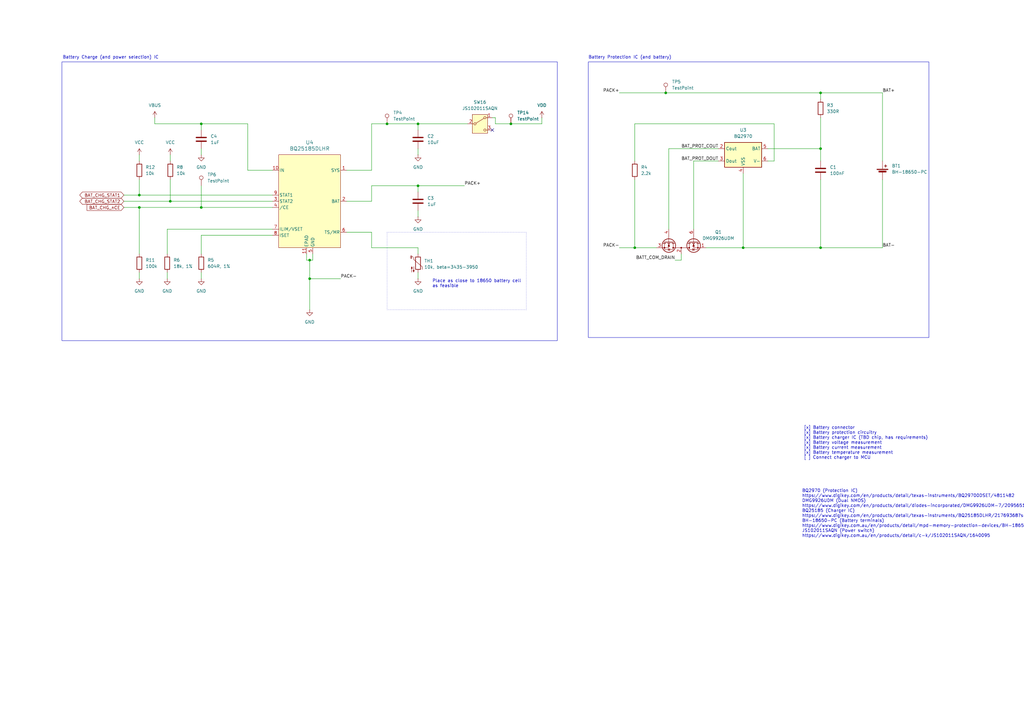
<source format=kicad_sch>
(kicad_sch (version 20250114) (generator "eeschema") (generator_version "9.0")
  (paper "A3")
  (lib_symbols
    (symbol "0.Project:BQ25185DLHR" (pin_names (offset 0.254))
      (property "Reference" "U" (at 0 0 0))
      (property "Value" "BQ25185DLHR" (at 0 0 0))
      (symbol "BQ25185DLHR_0_1"
        (pin input line (at -2.54 -6.35 0) (length 2.54) (name "IN") (number "10"))
        (pin output line (at -2.54 -16.51 0) (length 2.54) (name "STAT1") (number "9"))
        (pin output line (at -2.54 -19.05 0) (length 2.54) (name "STAT2") (number "3"))
        (pin input line (at -2.54 -21.59 0) (length 2.54) (name "/CE") (number "4"))
        (pin bidirectional line (at -2.54 -30.48 0) (length 2.54) (name "ILIM/VSET") (number "7"))
        (pin bidirectional line (at -2.54 -33.02 0) (length 2.54) (name "ISET") (number "8"))
        (pin unspecified line (at 11.43 -40.64 90) (length 2.54) (name "EPAD") (number "11"))
        (pin power_out line (at 13.97 -40.64 90) (length 2.54) (name "GND") (number "5"))
        (pin power_in line (at 27.94 -6.35 180) (length 2.54) (name "SYS") (number "1"))
        (pin power_in line (at 27.94 -19.05 180) (length 2.54) (name "BAT") (number "2"))
        (pin bidirectional line (at 27.94 -31.75 180) (length 2.54) (name "TS/MR") (number "6"))
      )
      (symbol "BQ25185DLHR_1_1"
        (rectangle (start 0 0) (end 25.4 -38.1) (fill (type background)))
      )
    )
    (symbol "0.Project:DMG9926UDM" (pin_names (hide yes))
      (property "Reference" "Q" (at 2.54 6.985 0))
      (property "Value" "DMG9926UDM" (at 2.54 5.08 0))
      (symbol "DMG9926UDM_0_1"
        (polyline (pts (xy -2.286 5.08) (xy -5.08 5.08)))
        (polyline (pts (xy -2.286 3.175) (xy -2.286 6.985)) (stroke (width 0.254)))
        (polyline (pts (xy -1.778 6.858) (xy 0.762 6.858) (xy 0.762 3.302) (xy -1.778 3.302)))
        (polyline (pts (xy -1.778 6.35) (xy -1.778 7.366)) (stroke (width 0.254)))
        (polyline (pts (xy -1.778 4.572) (xy -1.778 5.588)) (stroke (width 0.254)))
        (polyline (pts (xy -1.778 2.794) (xy -1.778 3.81)) (stroke (width 0.254)))
        (polyline (pts (xy -1.524 5.08) (xy -0.508 4.699) (xy -0.508 5.461) (xy -1.524 5.08)) (fill (type outline)))
        (circle (center -0.889 5.08) (radius 2.794) (stroke (width 0.254)))
        (polyline (pts (xy 0 7.62) (xy 0 5.08) (xy -1.778 5.08)))
        (circle (center 0 6.858) (radius 0.254) (fill (type outline)))
        (circle (center 0 3.302) (radius 0.254) (fill (type outline)))
        (polyline (pts (xy 0 -3.302) (xy 0 3.302)))
        (polyline (pts (xy 0.254 4.572) (xy 0.381 4.699) (xy 1.143 4.699) (xy 1.27 4.826)))
        (polyline (pts (xy 0.762 4.699) (xy 0.381 5.334) (xy 1.143 5.334) (xy 0.762 4.699)))
      )
      (symbol "DMG9926UDM_1_1"
        (polyline (pts (xy -2.286 -3.175) (xy -2.286 -6.985)) (stroke (width 0.254)))
        (polyline (pts (xy -2.286 -5.08) (xy -5.08 -5.08)))
        (polyline (pts (xy -1.778 -2.794) (xy -1.778 -3.81)) (stroke (width 0.254)))
        (polyline (pts (xy -1.778 -4.572) (xy -1.778 -5.588)) (stroke (width 0.254)))
        (polyline (pts (xy -1.778 -6.35) (xy -1.778 -7.366)) (stroke (width 0.254)))
        (polyline (pts (xy -1.778 -6.858) (xy 0.762 -6.858) (xy 0.762 -3.302) (xy -1.778 -3.302)))
        (polyline (pts (xy -1.524 -5.08) (xy -0.508 -4.699) (xy -0.508 -5.461) (xy -1.524 -5.08)) (fill (type outline)))
        (circle (center -0.889 -5.08) (radius 2.794) (stroke (width 0.254)))
        (circle (center 0 0) (radius 0.254) (fill (type outline)))
        (circle (center 0 -3.302) (radius 0.254) (fill (type outline)))
        (circle (center 0 -6.858) (radius 0.254) (fill (type outline)))
        (polyline (pts (xy 0 -7.62) (xy 0 -5.08) (xy -1.778 -5.08)))
        (polyline (pts (xy 0.254 -4.572) (xy 0.381 -4.699) (xy 1.143 -4.699) (xy 1.27 -4.826)))
        (polyline (pts (xy 0.762 -4.699) (xy 0.381 -5.334) (xy 1.143 -5.334) (xy 0.762 -4.699)))
        (pin input line (at -7.62 5.08 0) (length 2.54) (name "G1") (number "6"))
        (pin input line (at -7.62 -5.08 0) (length 2.54) (name "G2") (number "4"))
        (pin passive line (at 0 10.16 270) (length 2.54) (name "S1") (number "1"))
        (pin passive line (at 0 -10.16 90) (length 2.54) (name "S2") (number "3"))
        (pin passive line (at 2.54 0 180) (length 2.54) (name "D1/D2") (number "2"))
        (pin passive line (at 2.54 0 180) (length 2.54) (hide yes) (name "D1/D2") (number "5"))
      )
    )
    (symbol "Battery_Management:BQ297xy"
      (property "Reference" "U" (at -6.35 6.35 0))
      (property "Value" "BQ297xy" (at 5.08 -6.35 0))
      (symbol "BQ297xy_0_1"
        (rectangle (start -7.62 5.08) (end 7.62 -5.08) (stroke (width 0.254)) (fill (type background)))
      )
      (symbol "BQ297xy_1_1"
        (pin input line (at -10.16 2.54 0) (length 2.54) (name "BAT") (number "5"))
        (pin input line (at -10.16 -2.54 0) (length 2.54) (name "V-") (number "6"))
        (pin power_in line (at 0 -7.62 90) (length 2.54) (name "VSS") (number "4"))
        (pin no_connect line (at 7.62 0 180) (length 2.54) (hide yes) (name "NC") (number "1"))
        (pin output line (at 10.16 2.54 180) (length 2.54) (name "Cout") (number "2"))
        (pin output line (at 10.16 -2.54 180) (length 2.54) (name "Dout") (number "3"))
      )
    )
    (symbol "Connector:TestPoint" (pin_numbers (hide yes)) (pin_names (offset 0.762) (hide yes))
      (property "Reference" "TP" (at 0 6.858 0))
      (property "Value" "TestPoint" (at 0 5.08 0))
      (symbol "TestPoint_0_1"
        (circle (center 0 3.302) (radius 0.762))
      )
      (symbol "TestPoint_1_1"
        (pin passive line (at 0 0 90) (length 2.54) (name "1") (number "1"))
      )
    )
    (symbol "Device:Battery_Cell" (pin_numbers (hide yes)) (pin_names (offset 0) (hide yes))
      (property "Reference" "BT" (at 2.54 2.54 0))
      (property "Value" "Battery_Cell" (at 2.54 0 0))
      (symbol "Battery_Cell_0_1"
        (rectangle (start -2.286 1.778) (end 2.286 1.524) (fill (type outline)))
        (rectangle (start -1.524 1.016) (end 1.524 0.508) (fill (type outline)))
        (polyline (pts (xy 0 1.778) (xy 0 2.54)))
        (polyline (pts (xy 0 0.762) (xy 0 0)))
        (polyline (pts (xy 0.762 3.048) (xy 1.778 3.048)) (stroke (width 0.254)))
        (polyline (pts (xy 1.27 3.556) (xy 1.27 2.54)) (stroke (width 0.254)))
      )
      (symbol "Battery_Cell_1_1"
        (pin passive line (at 0 5.08 270) (length 2.54) (name "+") (number "1"))
        (pin passive line (at 0 -2.54 90) (length 2.54) (name "-") (number "2"))
      )
    )
    (symbol "Device:C" (pin_numbers (hide yes)) (pin_names (offset 0.254))
      (property "Reference" "C" (at 0.635 2.54 0))
      (property "Value" "C" (at 0.635 -2.54 0))
      (symbol "C_0_1"
        (polyline (pts (xy -2.032 0.762) (xy 2.032 0.762)) (stroke (width 0.508)))
        (polyline (pts (xy -2.032 -0.762) (xy 2.032 -0.762)) (stroke (width 0.508)))
      )
      (symbol "C_1_1"
        (pin passive line (at 0 3.81 270) (length 2.794) (name "~") (number "1"))
        (pin passive line (at 0 -3.81 90) (length 2.794) (name "~") (number "2"))
      )
    )
    (symbol "Device:R" (pin_numbers (hide yes)) (pin_names (offset 0))
      (property "Reference" "R" (at 2.032 0 90))
      (property "Value" "R" (at 0 0 90))
      (symbol "R_0_1"
        (rectangle (start -1.016 -2.54) (end 1.016 2.54) (stroke (width 0.254)))
      )
      (symbol "R_1_1"
        (pin passive line (at 0 3.81 270) (length 1.27) (name "~") (number "1"))
        (pin passive line (at 0 -3.81 90) (length 1.27) (name "~") (number "2"))
      )
    )
    (symbol "Device:Thermistor_NTC" (pin_numbers (hide yes)) (pin_names (offset 0))
      (property "Reference" "TH" (at -4.445 0 90))
      (property "Value" "Thermistor_NTC" (at 3.175 0 90))
      (symbol "Thermistor_NTC_0_1"
        (arc (start -3.175 2.413) (mid -3.0506 2.3165) (end -3.048 2.159))
        (arc (start -3.048 2.794) (mid -2.9736 2.9736) (end -2.794 3.048))
        (arc (start -2.794 3.048) (mid -2.6144 2.9736) (end -2.54 2.794))
        (arc (start -2.794 2.54) (mid -2.9736 2.6144) (end -3.048 2.794))
        (arc (start -2.794 1.905) (mid -2.9736 1.9794) (end -3.048 2.159))
        (arc (start -2.54 2.159) (mid -2.6144 1.9794) (end -2.794 1.905))
        (arc (start -2.159 2.794) (mid -2.434 2.5608) (end -2.794 2.54))
        (polyline (pts (xy -2.54 2.159) (xy -2.54 2.794)))
        (polyline (pts (xy -2.54 -3.683) (xy -2.54 -1.397) (xy -2.794 -2.159) (xy -2.286 -2.159) (xy -2.54 -1.397) (xy -2.54 -1.651)) (fill (type outline)))
        (polyline (pts (xy -1.778 2.54) (xy -1.778 1.524) (xy 1.778 -1.524) (xy 1.778 -2.54)))
        (polyline (pts (xy -1.778 -1.397) (xy -1.778 -3.683) (xy -2.032 -2.921) (xy -1.524 -2.921) (xy -1.778 -3.683) (xy -1.778 -3.429)) (fill (type outline)))
        (rectangle (start -1.016 2.54) (end 1.016 -2.54) (stroke (width 0.254)))
      )
      (symbol "Thermistor_NTC_1_1"
        (pin passive line (at 0 3.81 270) (length 1.27) (name "~") (number "1"))
        (pin passive line (at 0 -3.81 90) (length 1.27) (name "~") (number "2"))
      )
    )
    (symbol "Switch:SW_SPDT" (pin_names (offset 0) (hide yes))
      (property "Reference" "SW" (at 0 5.08 0))
      (property "Value" "SW_SPDT" (at 0 -5.08 0))
      (symbol "SW_SPDT_0_1"
        (circle (center -2.032 0) (radius 0.4572))
        (polyline (pts (xy -1.651 0.254) (xy 1.651 2.286)))
        (circle (center 2.032 2.54) (radius 0.4572))
        (circle (center 2.032 -2.54) (radius 0.4572))
      )
      (symbol "SW_SPDT_1_1"
        (rectangle (start -3.175 3.81) (end 3.175 -3.81) (fill (type background)))
        (pin passive line (at -5.08 0 0) (length 2.54) (name "B") (number "2"))
        (pin passive line (at 5.08 2.54 180) (length 2.54) (name "A") (number "1"))
        (pin passive line (at 5.08 -2.54 180) (length 2.54) (name "C") (number "3"))
      )
    )
    (symbol "power:GND" (power) (pin_numbers (hide yes)) (pin_names (offset 0) (hide yes))
      (property "Value" "GND" (at 0 -3.81 0))
      (symbol "GND_0_1"
        (polyline (pts (xy 0 0) (xy 0 -1.27) (xy 1.27 -1.27) (xy 0 -2.54) (xy -1.27 -1.27) (xy 0 -1.27)))
      )
      (symbol "GND_1_1"
        (pin power_in line (at 0 0 270) (length 0) (name "~") (number "1"))
      )
    )
    (symbol "power:VBUS" (power) (pin_numbers (hide yes)) (pin_names (offset 0) (hide yes))
      (property "Value" "VBUS" (at 0 3.556 0))
      (symbol "VBUS_0_1"
        (polyline (pts (xy -0.762 1.27) (xy 0 2.54)))
        (polyline (pts (xy 0 2.54) (xy 0.762 1.27)))
        (polyline (pts (xy 0 0) (xy 0 2.54)))
      )
      (symbol "VBUS_1_1"
        (pin power_in line (at 0 0 90) (length 0) (name "~") (number "1"))
      )
    )
    (symbol "power:VCC" (power) (pin_numbers (hide yes)) (pin_names (offset 0) (hide yes))
      (property "Value" "VCC" (at 0 3.556 0))
      (symbol "VCC_0_1"
        (polyline (pts (xy -0.762 1.27) (xy 0 2.54)))
        (polyline (pts (xy 0 2.54) (xy 0.762 1.27)))
        (polyline (pts (xy 0 0) (xy 0 2.54)))
      )
      (symbol "VCC_1_1"
        (pin power_in line (at 0 0 90) (length 0) (name "~") (number "1"))
      )
    )
    (symbol "power:VDD" (power) (pin_numbers (hide yes)) (pin_names (offset 0) (hide yes))
      (property "Value" "VDD" (at 0 3.556 0))
      (symbol "VDD_0_1"
        (polyline (pts (xy -0.762 1.27) (xy 0 2.54)))
        (polyline (pts (xy 0 2.54) (xy 0.762 1.27)))
        (polyline (pts (xy 0 0) (xy 0 2.54)))
      )
      (symbol "VDD_1_1"
        (pin power_in line (at 0 0 90) (length 0) (name "~") (number "1"))
      )
    )
  )
  (rectangle (start 241.3 25.4) (end 381 138.43))
  (rectangle (start 25.4 25.4) (end 228.6 139.7))
  (rectangle (start 158.75 95.25) (end 215.9 127) (stroke (width 0) (type dot)))
  (text "[x] Battery connector \n[x] Battery protection circuitry \n[x] Battery charger IC (TBD chip, has requirements) \n[x] Battery voltage measurement\n[x] Battery current measurement \n[x] Battery temperature measurement \n[ ] Connect charger to MCU\n" (at 329.692 174.752 0) (effects (font (size 1.27 1.27)) (justify left top)))
  (text "Battery Charge (and power selection) IC" (at 25.654 22.86 0) (effects (font (size 1.27 1.27)) (justify left top)))
  (text "BQ2970 (Protection IC)\nhttps://www.digikey.com/en/products/detail/texas-instruments/BQ29700DSET/4811482\nDMG9926UDM (Dual NMOS)\nhttps://www.digikey.com/en/products/detail/diodes-incorporated/DMG9926UDM-7/2095651\nBQ25185 (Charger IC)\nhttps://www.digikey.com/en/products/detail/texas-instruments/BQ25185DLHR/21769368?s=N4IgTCBcDaIEIEUwFYCMAOZIC6BfIA\nBH-18650-PC (Battery terminals)\nhttps://www.digikey.com.au/en/products/detail/mpd-memory-protection-devices/BH-18650-PC/3029216\nJS102011SAQN (Power switch)\nhttps://www.digikey.com.au/en/products/detail/c-k/JS102011SAQN/1640095" (at 328.93 200.66 0) (effects (font (size 1.27 1.27)) (justify left top)))
  (text "Place as close to 18650 battery cell\nas feasible" (at 177.292 116.332 0) (effects (font (size 1.27 1.27)) (justify left)))
  (text "Battery Protection IC (and battery)" (at 241.3 22.86 0) (effects (font (size 1.27 1.27)) (justify left top)))
  (junction (at 57.15 80.01))
  (junction (at 127 114.3))
  (junction (at 158.75 50.8))
  (junction (at 82.55 50.8))
  (junction (at 336.55 38.1))
  (junction (at 171.45 50.8))
  (junction (at 127 106.68))
  (junction (at 57.15 85.09))
  (junction (at 82.55 85.09))
  (junction (at 304.8 101.6))
  (junction (at 171.45 76.2))
  (junction (at 260.35 101.6))
  (junction (at 336.55 101.6))
  (junction (at 209.55 50.8))
  (junction (at 336.55 60.96))
  (junction (at 69.85 82.55))
  (junction (at 273.05 38.1))
  (no_connect (at 201.93 53.34))
  (wire (pts (xy 57.15 111.76) (xy 57.15 114.3)))
  (wire (pts (xy 314.96 66.04) (xy 317.5 66.04)))
  (wire (pts (xy 128.27 106.68) (xy 128.27 104.14)))
  (wire (pts (xy 50.8 82.55) (xy 69.85 82.55)))
  (wire (pts (xy 82.55 50.8) (xy 63.5 50.8)))
  (wire (pts (xy 279.4 106.68) (xy 279.4 104.14)))
  (wire (pts (xy 203.2 50.8) (xy 209.55 50.8)))
  (wire (pts (xy 152.4 101.6) (xy 171.45 101.6)))
  (wire (pts (xy 171.45 86.36) (xy 171.45 88.9)))
  (wire (pts (xy 336.55 38.1) (xy 336.55 40.64)))
  (wire (pts (xy 50.8 85.09) (xy 57.15 85.09)))
  (wire (pts (xy 209.55 50.8) (xy 222.25 50.8)))
  (wire (pts (xy 284.48 93.98) (xy 284.48 66.04)))
  (wire (pts (xy 68.58 111.76) (xy 68.58 114.3)))
  (wire (pts (xy 222.25 48.26) (xy 222.25 50.8)))
  (wire (pts (xy 203.2 50.8) (xy 203.2 48.26)))
  (wire (pts (xy 142.24 69.85) (xy 152.4 69.85)))
  (wire (pts (xy 82.55 76.2) (xy 82.55 85.09)))
  (wire (pts (xy 171.45 76.2) (xy 171.45 78.74)))
  (wire (pts (xy 284.48 66.04) (xy 294.64 66.04)))
  (wire (pts (xy 101.6 69.85) (xy 101.6 50.8)))
  (wire (pts (xy 314.96 60.96) (xy 336.55 60.96)))
  (wire (pts (xy 158.75 50.8) (xy 171.45 50.8)))
  (wire (pts (xy 63.5 48.26) (xy 63.5 50.8)))
  (wire (pts (xy 260.35 73.66) (xy 260.35 101.6)))
  (wire (pts (xy 171.45 111.76) (xy 171.45 114.3)))
  (wire (pts (xy 82.55 96.52) (xy 82.55 104.14)))
  (wire (pts (xy 82.55 50.8) (xy 82.55 53.34)))
  (wire (pts (xy 152.4 76.2) (xy 171.45 76.2)))
  (wire (pts (xy 274.32 60.96) (xy 274.32 93.98)))
  (wire (pts (xy 317.5 50.8) (xy 260.35 50.8)))
  (wire (pts (xy 139.7 114.3) (xy 127 114.3)))
  (wire (pts (xy 82.55 60.96) (xy 82.55 63.5)))
  (wire (pts (xy 171.45 50.8) (xy 191.77 50.8)))
  (wire (pts (xy 57.15 73.66) (xy 57.15 80.01)))
  (wire (pts (xy 111.76 69.85) (xy 101.6 69.85)))
  (wire (pts (xy 57.15 85.09) (xy 57.15 104.14)))
  (wire (pts (xy 254 101.6) (xy 260.35 101.6)))
  (wire (pts (xy 171.45 50.8) (xy 171.45 53.34)))
  (wire (pts (xy 317.5 66.04) (xy 317.5 50.8)))
  (wire (pts (xy 152.4 95.25) (xy 152.4 101.6)))
  (wire (pts (xy 336.55 60.96) (xy 336.55 66.04)))
  (wire (pts (xy 171.45 60.96) (xy 171.45 63.5)))
  (wire (pts (xy 152.4 82.55) (xy 142.24 82.55)))
  (wire (pts (xy 82.55 85.09) (xy 111.76 85.09)))
  (wire (pts (xy 152.4 76.2) (xy 152.4 82.55)))
  (wire (pts (xy 260.35 50.8) (xy 260.35 66.04)))
  (wire (pts (xy 57.15 85.09) (xy 82.55 85.09)))
  (wire (pts (xy 361.95 38.1) (xy 336.55 38.1)))
  (wire (pts (xy 57.15 80.01) (xy 111.76 80.01)))
  (wire (pts (xy 336.55 73.66) (xy 336.55 101.6)))
  (wire (pts (xy 152.4 69.85) (xy 152.4 50.8)))
  (wire (pts (xy 69.85 82.55) (xy 111.76 82.55)))
  (wire (pts (xy 68.58 93.98) (xy 68.58 104.14)))
  (wire (pts (xy 203.2 48.26) (xy 201.93 48.26)))
  (wire (pts (xy 111.76 96.52) (xy 82.55 96.52)))
  (wire (pts (xy 69.85 63.5) (xy 69.85 66.04)))
  (wire (pts (xy 142.24 95.25) (xy 152.4 95.25)))
  (wire (pts (xy 361.95 66.04) (xy 361.95 38.1)))
  (wire (pts (xy 336.55 101.6) (xy 361.95 101.6)))
  (wire (pts (xy 152.4 50.8) (xy 158.75 50.8)))
  (wire (pts (xy 289.56 101.6) (xy 304.8 101.6)))
  (wire (pts (xy 125.73 106.68) (xy 125.73 104.14)))
  (wire (pts (xy 273.05 38.1) (xy 336.55 38.1)))
  (wire (pts (xy 127 106.68) (xy 128.27 106.68)))
  (wire (pts (xy 111.76 93.98) (xy 68.58 93.98)))
  (wire (pts (xy 69.85 73.66) (xy 69.85 82.55)))
  (wire (pts (xy 171.45 101.6) (xy 171.45 104.14)))
  (wire (pts (xy 127 114.3) (xy 127 127)))
  (wire (pts (xy 254 38.1) (xy 273.05 38.1)))
  (wire (pts (xy 336.55 60.96) (xy 336.55 48.26)))
  (wire (pts (xy 304.8 101.6) (xy 336.55 101.6)))
  (wire (pts (xy 260.35 101.6) (xy 269.24 101.6)))
  (wire (pts (xy 127 114.3) (xy 127 106.68)))
  (wire (pts (xy 82.55 111.76) (xy 82.55 114.3)))
  (wire (pts (xy 127 106.68) (xy 125.73 106.68)))
  (wire (pts (xy 361.95 101.6) (xy 361.95 73.66)))
  (wire (pts (xy 57.15 63.5) (xy 57.15 66.04)))
  (wire (pts (xy 304.8 71.12) (xy 304.8 101.6)))
  (wire (pts (xy 171.45 76.2) (xy 190.5 76.2)))
  (wire (pts (xy 276.86 106.68) (xy 279.4 106.68)))
  (wire (pts (xy 101.6 50.8) (xy 82.55 50.8)))
  (wire (pts (xy 50.8 80.01) (xy 57.15 80.01)))
  (wire (pts (xy 274.32 60.96) (xy 294.64 60.96)))
  (label "BAT-" (at 361.95 101.6 0))
  (label "PACK+" (at 254 38.1 180))
  (label "BATT_COM_DRAIN" (at 276.86 106.68 180))
  (label "PACK-" (at 254 101.6 180))
  (label "BAT_PROT_DOUT" (at 294.64 66.04 180))
  (label "BAT+" (at 361.95 38.1 0))
  (label "PACK-" (at 139.7 114.3 0))
  (label "PACK+" (at 190.5 76.2 0))
  (label "BAT_PROT_COUT" (at 294.64 60.96 180))
  (global_label "BAT_CHG_nCE" (shape input) (at 50.8 85.09 180) (property "Intersheetrefs" "${INTERSHEET_REFS}" (effects (hide yes))))
  (global_label "BAT_CHG_STAT1" (shape bidirectional) (at 50.8 80.01 180) (property "Intersheetrefs" "${INTERSHEET_REFS}" (effects (hide yes))))
  (global_label "BAT_CHG_STAT2" (shape bidirectional) (at 50.8 82.55 180) (property "Intersheetrefs" "${INTERSHEET_REFS}" (effects (hide yes))))
  (symbol (lib_id "Device:R") (at 68.58 107.95 0) (unit 1)
    (property "Reference" "R6" (at 71.12 106.6799 0) (effects (justify left)))
    (property "Value" "18k, 1%" (at 71.12 109.2199 0) (effects (justify left)))
    (property "Footprint" "Resistor_SMD:R_0402_1005Metric" (effects (hide yes)))
    (property "Description" "Resistor" (effects (hide yes)))
  )
  (symbol (lib_id "power:VBUS") (at 63.5 48.26 0) (unit 1)
    (property "Reference" "#PWR014" (effects (hide yes)))
    (property "Value" "VBUS" (at 63.5 43.18 0))
    (property "Description" "Power symbol creates a global label with name \"VBUS\"" (effects (hide yes)))
  )
  (symbol (lib_id "Device:R") (at 57.15 69.85 0) (unit 1)
    (property "Reference" "R12" (at 59.69 68.5799 0) (effects (justify left)))
    (property "Value" "10k" (at 59.69 71.1199 0) (effects (justify left)))
    (property "Footprint" "Resistor_SMD:R_0402_1005Metric" (effects (hide yes)))
    (property "Description" "Resistor" (effects (hide yes)))
  )
  (symbol (lib_id "0.Project:BQ25185DLHR") (at 114.3 63.5 0) (unit 1)
    (property "Reference" "U4" (at 127 58.42 0) (effects (font (size 1.524 1.524))))
    (property "Value" "BQ25185DLHR" (at 127 60.96 0) (effects (font (size 1.524 1.524))))
    (property "Footprint" "0.Project:BQ25185DLHR" (effects (hide yes)))
    (property "Datasheet" "https://www.ti.com/lit/ds/symlink/bq25185.pdf" (effects (hide yes)))
  )
  (symbol (lib_id "Device:C") (at 171.45 57.15 0) (unit 1)
    (property "Reference" "C2" (at 175.26 55.8799 0) (effects (justify left)))
    (property "Value" "10uF" (at 175.26 58.4199 0) (effects (justify left)))
    (property "Footprint" "Capacitor_SMD:C_0603_1608Metric" (effects (hide yes)))
    (property "Description" "Unpolarized capacitor" (effects (hide yes)))
  )
  (symbol (lib_id "Connector:TestPoint") (at 273.05 38.1 0) (unit 1)
    (property "Reference" "TP5" (at 275.59 33.5279 0) (effects (justify left)))
    (property "Value" "TestPoint" (at 275.59 36.0679 0) (effects (justify left)))
    (property "Footprint" "0.Project:TestPoint_Pad_D0.5mm" (effects (hide yes)))
    (property "Description" "test point" (effects (hide yes)))
  )
  (symbol (lib_id "Switch:SW_SPDT") (at 196.85 50.8 0) (unit 1)
    (property "Reference" "SW16" (at 196.85 41.91 0))
    (property "Value" "JS102011SAQN" (at 196.85 44.45 0))
    (property "Footprint" "0.Project:SW_SPDT_CK_JS102011SAQN" (effects (hide yes)))
    (property "Datasheet" "https://www.ckswitches.com/media/1422/js.pdf" (effects (hide yes)))
    (property "Description" "Switch, single pole double throw" (effects (hide yes)))
    (property "Digikey_URL" "https://www.digikey.com.au/en/products/detail/c-k/JS102011SAQN/1640095" (effects (hide yes)))
  )
  (symbol (lib_id "0.Project:DMG9926UDM") (at 279.4 101.6 270) (unit 1)
    (property "Reference" "Q1" (at 294.64 95.1798 90))
    (property "Value" "DMG9926UDM" (at 294.64 97.7198 90))
    (property "Footprint" "Package_TO_SOT_SMD:SOT-23-6" (effects (hide yes)))
    (property "Datasheet" "https://www.diodes.com/assets/Datasheets/ds31770.pdf" (effects (hide yes)))
    (property "Description" "4.2A Id, 20V Vds, Common-Drain, Dual Half Bridge N-Channel MOSFET, 28mOhm Ron, SOT-23-6" (effects (hide yes)))
  )
  (symbol (lib_id "Connector:TestPoint") (at 82.55 76.2 0) (unit 1)
    (property "Reference" "TP6" (at 85.09 71.6279 0) (effects (justify left)))
    (property "Value" "TestPoint" (at 85.09 74.1679 0) (effects (justify left)))
    (property "Footprint" "0.Project:TestPoint_Pad_D0.5mm" (effects (hide yes)))
    (property "Description" "test point" (effects (hide yes)))
  )
  (symbol (lib_id "Device:R") (at 336.55 44.45 0) (unit 1)
    (property "Reference" "R3" (at 339.09 43.1799 0) (effects (justify left)))
    (property "Value" "330R" (at 339.09 45.7199 0) (effects (justify left)))
    (property "Footprint" "Resistor_SMD:R_0402_1005Metric" (effects (hide yes)))
    (property "Description" "Resistor" (effects (hide yes)))
  )
  (symbol (lib_id "power:GND") (at 57.15 114.3 0) (unit 1)
    (property "Reference" "#PWR038" (effects (hide yes)))
    (property "Value" "GND" (at 57.15 119.38 0))
    (property "Description" "Power symbol creates a global label with name \"GND\" , ground" (effects (hide yes)))
  )
  (symbol (lib_id "Device:Battery_Cell") (at 361.95 71.12 0) (unit 1)
    (property "Reference" "BT1" (at 365.76 68.0084 0) (effects (justify left)))
    (property "Value" "BH-18650-PC" (at 365.76 70.5484 0) (effects (justify left)))
    (property "Footprint" "0.Project:BH18650PC" (effects (hide yes)))
    (property "Datasheet" "https://www.memoryprotectiondevices.com/datasheets/BH-18650-PC/BH-18650-PC-datasheet.pdf" (effects (hide yes)))
    (property "Description" "Single-cell battery" (effects (hide yes)))
    (property "Digikey_URL" "https://www.digikey.com.au/en/products/detail/mpd-memory-protection-devices/BH-18650-PC/3029216" (effects (hide yes)))
  )
  (symbol (lib_id "Connector:TestPoint") (at 158.75 50.8 0) (unit 1)
    (property "Reference" "TP4" (at 161.29 46.2279 0) (effects (justify left)))
    (property "Value" "TestPoint" (at 161.29 48.7679 0) (effects (justify left)))
    (property "Footprint" "0.Project:TestPoint_Pad_D0.5mm" (effects (hide yes)))
    (property "Description" "test point" (effects (hide yes)))
  )
  (symbol (lib_id "power:GND") (at 82.55 63.5 0) (unit 1)
    (property "Reference" "#PWR015" (effects (hide yes)))
    (property "Value" "GND" (at 82.55 68.58 0))
    (property "Description" "Power symbol creates a global label with name \"GND\" , ground" (effects (hide yes)))
  )
  (symbol (lib_id "power:GND") (at 127 127 0) (unit 1)
    (property "Reference" "#PWR011" (effects (hide yes)))
    (property "Value" "GND" (at 127 132.08 0))
    (property "Description" "Power symbol creates a global label with name \"GND\" , ground" (effects (hide yes)))
  )
  (symbol (lib_id "Device:R") (at 69.85 69.85 0) (unit 1)
    (property "Reference" "R8" (at 72.39 68.5799 0) (effects (justify left)))
    (property "Value" "10k" (at 72.39 71.1199 0) (effects (justify left)))
    (property "Footprint" "Resistor_SMD:R_0402_1005Metric" (effects (hide yes)))
    (property "Description" "Resistor" (effects (hide yes)))
  )
  (symbol (lib_id "power:VCC") (at 69.85 63.5 0) (unit 1)
    (property "Reference" "#PWR043" (effects (hide yes)))
    (property "Value" "VCC" (at 69.85 58.42 0))
    (property "Description" "Power symbol creates a global label with name \"VCC\"" (effects (hide yes)))
  )
  (symbol (lib_id "power:GND") (at 171.45 63.5 0) (unit 1)
    (property "Reference" "#PWR07" (effects (hide yes)))
    (property "Value" "GND" (at 171.45 68.58 0))
    (property "Description" "Power symbol creates a global label with name \"GND\" , ground" (effects (hide yes)))
  )
  (symbol (lib_id "Device:C") (at 336.55 69.85 0) (unit 1)
    (property "Reference" "C1" (at 340.36 68.5799 0) (effects (justify left)))
    (property "Value" "100nF" (at 340.36 71.1199 0) (effects (justify left)))
    (property "Footprint" "Capacitor_SMD:C_0402_1005Metric" (effects (hide yes)))
    (property "Description" "Unpolarized capacitor" (effects (hide yes)))
  )
  (symbol (lib_id "power:GND") (at 68.58 114.3 0) (unit 1)
    (property "Reference" "#PWR013" (effects (hide yes)))
    (property "Value" "GND" (at 68.58 119.38 0))
    (property "Description" "Power symbol creates a global label with name \"GND\" , ground" (effects (hide yes)))
  )
  (symbol (lib_id "power:GND") (at 171.45 88.9 0) (unit 1)
    (property "Reference" "#PWR09" (effects (hide yes)))
    (property "Value" "GND" (at 171.45 93.98 0))
    (property "Description" "Power symbol creates a global label with name \"GND\" , ground" (effects (hide yes)))
  )
  (symbol (lib_id "power:VCC") (at 57.15 63.5 0) (unit 1)
    (property "Reference" "#PWR042" (effects (hide yes)))
    (property "Value" "VCC" (at 57.15 58.42 0))
    (property "Description" "Power symbol creates a global label with name \"VCC\"" (effects (hide yes)))
  )
  (symbol (lib_id "Device:Thermistor_NTC") (at 171.45 107.95 0) (unit 1)
    (property "Reference" "TH1" (at 173.99 106.9974 0) (effects (justify left)))
    (property "Value" "10k, beta=3435-3950" (at 173.99 109.5374 0) (effects (justify left)))
    (property "Footprint" "Resistor_SMD:R_0603_1608Metric" (effects (hide yes)))
    (property "Description" "Temperature dependent resistor, negative temperature coefficient" (effects (hide yes)))
  )
  (symbol (lib_id "power:VDD") (at 222.25 48.26 0) (unit 1)
    (property "Reference" "#PWR08" (effects (hide yes)))
    (property "Value" "VDD" (at 222.25 43.18 0))
    (property "Description" "Power symbol creates a global label with name \"VDD\"" (effects (hide yes)))
  )
  (symbol (lib_id "power:GND") (at 82.55 114.3 0) (unit 1)
    (property "Reference" "#PWR012" (effects (hide yes)))
    (property "Value" "GND" (at 82.55 119.38 0))
    (property "Description" "Power symbol creates a global label with name \"GND\" , ground" (effects (hide yes)))
  )
  (symbol (lib_id "Connector:TestPoint") (at 209.55 50.8 0) (unit 1)
    (property "Reference" "TP14" (at 212.09 46.2279 0) (effects (justify left)))
    (property "Value" "TestPoint" (at 212.09 48.7679 0) (effects (justify left)))
    (property "Footprint" "0.Project:TestPoint_Pad_D0.5mm" (effects (hide yes)))
    (property "Description" "test point" (effects (hide yes)))
  )
  (symbol (lib_id "power:GND") (at 171.45 114.3 0) (unit 1)
    (property "Reference" "#PWR010" (effects (hide yes)))
    (property "Value" "GND" (at 171.45 119.38 0))
    (property "Description" "Power symbol creates a global label with name \"GND\" , ground" (effects (hide yes)))
  )
  (symbol (lib_id "Device:R") (at 57.15 107.95 0) (unit 1)
    (property "Reference" "R11" (at 59.69 106.6799 0) (effects (justify left)))
    (property "Value" "100k" (at 59.69 109.2199 0) (effects (justify left)))
    (property "Footprint" "Resistor_SMD:R_0402_1005Metric" (effects (hide yes)))
    (property "Description" "Resistor" (effects (hide yes)))
  )
  (symbol (lib_id "Device:R") (at 260.35 69.85 0) (unit 1)
    (property "Reference" "R4" (at 262.89 68.5799 0) (effects (justify left)))
    (property "Value" "2.2k" (at 262.89 71.1199 0) (effects (justify left)))
    (property "Footprint" "Resistor_SMD:R_0402_1005Metric" (effects (hide yes)))
    (property "Description" "Resistor" (effects (hide yes)))
  )
  (symbol (lib_id "Battery_Management:BQ297xy") (at 304.8 63.5 0) (mirror y) (unit 1)
    (property "Reference" "U3" (at 304.8 53.34 0))
    (property "Value" "BQ2970" (at 304.8 55.88 0))
    (property "Footprint" "Package_SON:WSON-6_1.5x1.5mm_P0.5mm" (effects (hide yes)))
    (property "Datasheet" "http://www.ti.com/lit/ds/symlink/bq2970.pdf" (effects (hide yes)))
    (property "Description" "Voltage and Current Protection for Single-Cell Li-Ion and Li-Polymer Batteries" (effects (hide yes)))
  )
  (symbol (lib_id "Device:R") (at 82.55 107.95 0) (unit 1)
    (property "Reference" "R5" (at 85.09 106.6799 0) (effects (justify left)))
    (property "Value" "604R, 1%" (at 85.09 109.2199 0) (effects (justify left)))
    (property "Footprint" "Resistor_SMD:R_0402_1005Metric" (effects (hide yes)))
    (property "Description" "Resistor" (effects (hide yes)))
  )
  (symbol (lib_id "Device:C") (at 82.55 57.15 0) (unit 1)
    (property "Reference" "C4" (at 86.36 55.8799 0) (effects (justify left)))
    (property "Value" "1uF" (at 86.36 58.4199 0) (effects (justify left)))
    (property "Footprint" "Capacitor_SMD:C_0603_1608Metric" (effects (hide yes)))
    (property "Description" "Unpolarized capacitor" (effects (hide yes)))
  )
  (symbol (lib_id "Device:C") (at 171.45 82.55 0) (unit 1)
    (property "Reference" "C3" (at 175.26 81.2799 0) (effects (justify left)))
    (property "Value" "1uF" (at 175.26 83.8199 0) (effects (justify left)))
    (property "Footprint" "Capacitor_SMD:C_0603_1608Metric" (effects (hide yes)))
    (property "Description" "Unpolarized capacitor" (effects (hide yes)))
  )
)
</source>
